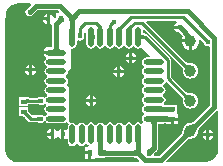
<source format=gbl>
G04*
G04 #@! TF.GenerationSoftware,Altium Limited,Altium Designer,18.1.9 (240)*
G04*
G04 Layer_Physical_Order=2*
G04 Layer_Color=16711680*
%FSLAX25Y25*%
%MOIN*%
G70*
G01*
G75*
%ADD22R,0.01575X0.01968*%
%ADD27R,0.01968X0.01575*%
%ADD39C,0.01500*%
%ADD40C,0.01000*%
%ADD41C,0.01600*%
%ADD42C,0.03937*%
%ADD43O,0.01772X0.06693*%
%ADD44O,0.06693X0.01772*%
G36*
X343707Y306476D02*
X343506Y306267D01*
X343166Y305873D01*
X343029Y305687D01*
X342912Y305508D01*
X342816Y305337D01*
X342742Y305174D01*
X342689Y305018D01*
X342657Y304869D01*
X342647Y304728D01*
X342643Y304713D01*
X342639Y304668D01*
X342630Y304188D01*
X342629Y304020D01*
X342700Y302470D01*
X341053D01*
X341067Y302506D01*
X341080Y302570D01*
X341090Y302661D01*
X341108Y302927D01*
X341119Y303602D01*
X341096Y304728D01*
X341085Y304895D01*
X341054Y305067D01*
X341001Y305244D01*
X340926Y305426D01*
X340831Y305612D01*
X340714Y305802D01*
X340576Y305998D01*
X340417Y306198D01*
X340035Y306613D01*
X341037Y307733D01*
X341244Y307532D01*
X341803Y307054D01*
X341925Y306969D01*
X342055Y307054D01*
X342241Y307192D01*
X342635Y307532D01*
X342844Y307733D01*
X343707Y306476D01*
D02*
G37*
G36*
X324056Y310778D02*
X324185Y310770D01*
X324218Y310776D01*
X324230Y310778D01*
X327979D01*
X328170Y310316D01*
X326908Y309054D01*
X326691Y308909D01*
X326381Y308446D01*
X326273Y307900D01*
X326381Y307354D01*
X326691Y306891D01*
X327154Y306581D01*
X327700Y306473D01*
X328246Y306581D01*
X328709Y306891D01*
X328854Y307108D01*
X330270Y308524D01*
X337239D01*
X337616Y308146D01*
X337425Y307684D01*
X336541D01*
Y306110D01*
X336257Y305846D01*
X335753Y306012D01*
X335696Y306302D01*
X335298Y306898D01*
X334702Y307296D01*
X334500Y307336D01*
Y305600D01*
Y303864D01*
X334702Y303904D01*
X334779Y303956D01*
X335279Y303688D01*
Y296883D01*
X335256Y296831D01*
X335249Y296564D01*
X335230Y296352D01*
X335229Y296346D01*
X334194D01*
X333459Y296200D01*
X332835Y295783D01*
X332418Y295159D01*
X332371Y294924D01*
X336655D01*
Y293924D01*
X332371D01*
X332418Y293688D01*
X332835Y293064D01*
X333067Y292909D01*
X333123Y292345D01*
X332795Y291854D01*
X332680Y291274D01*
X332795Y290694D01*
X333123Y290203D01*
X333461Y289977D01*
X333476Y289934D01*
Y289464D01*
X333461Y289421D01*
X333123Y289196D01*
X332795Y288704D01*
X332680Y288124D01*
X332795Y287545D01*
X333123Y287053D01*
X333461Y286827D01*
X333476Y286785D01*
Y286314D01*
X333461Y286272D01*
X333123Y286046D01*
X332795Y285555D01*
X332680Y284975D01*
X332795Y284395D01*
X333123Y283904D01*
X333461Y283678D01*
X333476Y283635D01*
Y283165D01*
X333461Y283122D01*
X333123Y282896D01*
X332795Y282405D01*
X332680Y281825D01*
X332795Y281245D01*
X333123Y280754D01*
X333461Y280528D01*
X333476Y280486D01*
Y280015D01*
X333461Y279973D01*
X333123Y279747D01*
X333019Y279591D01*
X332642Y279332D01*
X332379Y279464D01*
X332146Y279619D01*
X331600Y279727D01*
X331054Y279619D01*
X330826Y279467D01*
X330563Y279450D01*
X330491Y279449D01*
X330425Y279421D01*
X327743D01*
X327676Y279449D01*
X327325Y279451D01*
X327285Y279453D01*
Y279463D01*
X326995D01*
X326874Y279467D01*
X326841Y279470D01*
X326810Y279474D01*
X326763Y279463D01*
X326673Y279500D01*
X326666Y279497D01*
X326659Y279500D01*
X326574Y279463D01*
X324116D01*
Y276688D01*
X326542D01*
X326605Y276654D01*
X326639Y276664D01*
X326673Y276650D01*
X326763Y276688D01*
X327285D01*
Y277115D01*
X327301Y277120D01*
X327395Y277135D01*
X327520Y277146D01*
X327690Y277151D01*
X327752Y277179D01*
X330418D01*
X330481Y277151D01*
X330711Y277146D01*
X330798Y277139D01*
X330809Y277137D01*
X330815Y277136D01*
X330817Y277136D01*
X330824Y277135D01*
X331054Y276981D01*
X331600Y276873D01*
X332146Y276981D01*
X332609Y277291D01*
X333133Y277339D01*
X333231Y277248D01*
X333185Y276638D01*
X333123Y276597D01*
X332795Y276106D01*
X332680Y275526D01*
X332795Y274946D01*
X333123Y274455D01*
X333461Y274229D01*
X333476Y274186D01*
Y273716D01*
X333461Y273673D01*
X333123Y273448D01*
X333054Y273344D01*
X332453D01*
X332409Y273409D01*
X331946Y273719D01*
X331400Y273827D01*
X330854Y273719D01*
X330626Y273567D01*
X330363Y273550D01*
X330291Y273549D01*
X330225Y273521D01*
X328494D01*
X327946Y274069D01*
X327945Y274076D01*
X327919Y274097D01*
X327878Y274137D01*
X327855Y274199D01*
X327484Y274596D01*
X327365Y274744D01*
X327285Y274857D01*
Y275048D01*
X327304Y275080D01*
X327289Y275136D01*
X327310Y275189D01*
X327285Y275245D01*
Y276116D01*
X324116D01*
Y273341D01*
X324939D01*
X324971Y273322D01*
X325045Y273341D01*
X325343D01*
X325413Y273301D01*
X325525Y273223D01*
X325843Y272954D01*
X326025Y272779D01*
X326090Y272753D01*
X327236Y271607D01*
X327236Y271607D01*
X327600Y271364D01*
X328029Y271278D01*
X328029Y271279D01*
X330218D01*
X330281Y271251D01*
X330510Y271246D01*
X330597Y271239D01*
X330609Y271237D01*
X330615Y271236D01*
X330617Y271236D01*
X330624Y271235D01*
X330854Y271081D01*
X331400Y270973D01*
X331946Y271081D01*
X332409Y271391D01*
X332437Y271432D01*
X333038D01*
X333123Y271305D01*
X333615Y270977D01*
X334194Y270862D01*
X339116D01*
X339696Y270977D01*
X339922Y271128D01*
X340428Y271003D01*
X340690Y270538D01*
X340477Y270219D01*
X340361Y269639D01*
Y268923D01*
X339861Y268656D01*
X339502Y268896D01*
X339300Y268936D01*
Y267200D01*
Y265464D01*
X339502Y265504D01*
X339861Y265744D01*
X340361Y265477D01*
Y264718D01*
X340477Y264138D01*
X340805Y263647D01*
X341297Y263318D01*
X341876Y263203D01*
X342456Y263318D01*
X342948Y263647D01*
X343173Y263985D01*
X343216Y263999D01*
X343686D01*
X343729Y263985D01*
X343955Y263647D01*
X344446Y263318D01*
X345026Y263203D01*
X345606Y263318D01*
X346097Y263647D01*
X346323Y263985D01*
X346366Y263999D01*
X346836D01*
X346879Y263985D01*
X347104Y263647D01*
X347348Y263484D01*
X347196Y262984D01*
X346041D01*
Y261500D01*
X347828D01*
Y261000D01*
X348328D01*
Y259016D01*
X349616D01*
Y259098D01*
X349984Y259416D01*
X350116Y259416D01*
X352056D01*
X352147Y259379D01*
X352237Y259416D01*
X352759D01*
Y259559D01*
X353385Y259598D01*
X353652Y259600D01*
X353706Y259623D01*
X361590D01*
X361643Y259600D01*
X362167Y259592D01*
X362541Y259568D01*
Y259415D01*
X363028D01*
X363094Y259381D01*
X363158Y259375D01*
X363194Y259366D01*
X363262Y259339D01*
X363357Y259291D01*
X363474Y259219D01*
X363598Y259132D01*
X364119Y258688D01*
X364310Y258501D01*
X364312Y258404D01*
X363933Y257922D01*
X323456Y257922D01*
X323440Y257919D01*
X322455Y258048D01*
X321527Y258433D01*
X320730Y259044D01*
X320119Y259840D01*
X319735Y260768D01*
X319626Y261596D01*
X319626Y261596D01*
X319626D01*
X319621Y261600D01*
Y305536D01*
X319632Y305585D01*
X319638Y305594D01*
X319654Y305675D01*
X319742Y306107D01*
X319742Y306109D01*
X319722Y306602D01*
X319848Y307559D01*
X320283Y308609D01*
X320975Y309511D01*
X321878Y310204D01*
X322928Y310639D01*
X324029Y310784D01*
X324056Y310778D01*
D02*
G37*
G36*
X355710Y303754D02*
X355686Y303759D01*
X355658Y303756D01*
X355625Y303746D01*
X355588Y303728D01*
X355546Y303702D01*
X355500Y303669D01*
X355449Y303629D01*
X355334Y303525D01*
X355270Y303463D01*
X354578Y304185D01*
X355249Y304775D01*
X355710Y303754D01*
D02*
G37*
G36*
X339104Y304728D02*
X338963Y304717D01*
X338814Y304685D01*
X338658Y304632D01*
X338494Y304558D01*
X338323Y304463D01*
X338145Y304346D01*
X337959Y304208D01*
X337564Y303869D01*
X337356Y303667D01*
X336492Y304925D01*
X336694Y305133D01*
X337033Y305527D01*
X337171Y305713D01*
X337288Y305892D01*
X337383Y306063D01*
X337457Y306226D01*
X337510Y306382D01*
X337542Y306531D01*
X337553Y306672D01*
X339104Y304728D01*
D02*
G37*
G36*
X351070Y303834D02*
X351709Y303095D01*
X351744Y303022D01*
X351749Y302974D01*
X351723Y302950D01*
X351666Y302952D01*
X350483Y302312D01*
X350560Y302368D01*
X350609Y302437D01*
X350631Y302520D01*
X350625Y302617D01*
X350591Y302727D01*
X350531Y302851D01*
X350442Y302988D01*
X350326Y303139D01*
X350182Y303304D01*
X350011Y303482D01*
X350851Y304057D01*
X351070Y303834D01*
D02*
G37*
G36*
X362256Y303249D02*
X362073Y303059D01*
X361788Y302719D01*
X361687Y302569D01*
X361613Y302432D01*
X361566Y302309D01*
X361547Y302199D01*
X361555Y302103D01*
X361590Y302020D01*
X361653Y301951D01*
X360433Y302952D01*
X360467Y302965D01*
X360512Y302991D01*
X360568Y303030D01*
X360636Y303083D01*
X360907Y303324D01*
X361280Y303687D01*
X362256Y303249D01*
D02*
G37*
G36*
X359193Y302986D02*
X359002Y302788D01*
X358703Y302433D01*
X358593Y302275D01*
X358511Y302130D01*
X358455Y301998D01*
X358427Y301879D01*
X358425Y301773D01*
X358451Y301681D01*
X358503Y301601D01*
X357283Y302952D01*
X357399Y302980D01*
X357516Y303019D01*
X357634Y303067D01*
X357753Y303126D01*
X357873Y303196D01*
X357994Y303275D01*
X358116Y303365D01*
X358364Y303575D01*
X358489Y303696D01*
X359193Y302986D01*
D02*
G37*
G36*
X345001Y300814D02*
X345022Y300485D01*
X345029Y300444D01*
X345038Y300412D01*
X345049Y300387D01*
X345060Y300371D01*
X343940D01*
X343951Y300387D01*
X343962Y300412D01*
X343971Y300444D01*
X343978Y300485D01*
X343985Y300534D01*
X343995Y300657D01*
X344000Y300904D01*
X345000D01*
X345001Y300814D01*
D02*
G37*
G36*
X380514Y301151D02*
X381034Y300701D01*
X381200Y300577D01*
X381521Y300367D01*
X381676Y300282D01*
X381827Y300209D01*
X381975Y300149D01*
X379412Y298856D01*
X379458Y299052D01*
X379481Y299245D01*
X379480Y299437D01*
X379455Y299626D01*
X379408Y299814D01*
X379337Y299999D01*
X379242Y300183D01*
X379124Y300365D01*
X378982Y300544D01*
X378817Y300722D01*
X380334Y301327D01*
X380514Y301151D01*
D02*
G37*
G36*
X364813Y300573D02*
X364843Y300488D01*
X364894Y300413D01*
X364965Y300348D01*
X365056Y300293D01*
X365167Y300249D01*
X365298Y300214D01*
X365450Y300188D01*
X365622Y300173D01*
X365815Y300168D01*
Y299168D01*
X365622Y299164D01*
X365450Y299149D01*
X365298Y299124D01*
X365167Y299089D01*
X365056Y299043D01*
X364965Y298989D01*
X364894Y298923D01*
X364843Y298849D01*
X364813Y298763D01*
X364803Y298669D01*
Y300669D01*
X364813Y300573D01*
D02*
G37*
G36*
X346661Y297208D02*
X346776Y296628D01*
X347104Y296137D01*
X347596Y295808D01*
X348176Y295693D01*
X348755Y295808D01*
X349247Y296137D01*
X349473Y296475D01*
X349515Y296489D01*
X349986D01*
X350028Y296475D01*
X350254Y296137D01*
X350746Y295808D01*
X351325Y295693D01*
X351905Y295808D01*
X352396Y296137D01*
X352622Y296475D01*
X352665Y296489D01*
X353135D01*
X353178Y296475D01*
X353404Y296137D01*
X353895Y295808D01*
X354475Y295693D01*
X355054Y295808D01*
X355546Y296137D01*
X355772Y296475D01*
X355814Y296489D01*
X356285D01*
X356327Y296475D01*
X356553Y296137D01*
X357045Y295808D01*
X357624Y295693D01*
X358204Y295808D01*
X358696Y296137D01*
X358921Y296475D01*
X358964Y296489D01*
X359434D01*
X359477Y296475D01*
X359703Y296137D01*
X360194Y295808D01*
X360774Y295693D01*
X361354Y295808D01*
X361845Y296137D01*
X362071Y296475D01*
X362114Y296489D01*
X362584D01*
X362627Y296475D01*
X362852Y296137D01*
X363344Y295808D01*
X363924Y295693D01*
X364503Y295808D01*
X364976Y296124D01*
X367849Y293251D01*
X367658Y292789D01*
X366684D01*
X366105Y292674D01*
X365613Y292345D01*
X365285Y291854D01*
X365169Y291274D01*
X365285Y290694D01*
X365613Y290203D01*
X365951Y289977D01*
X365965Y289934D01*
Y289464D01*
X365951Y289421D01*
X365613Y289196D01*
X365285Y288704D01*
X365169Y288124D01*
X365285Y287545D01*
X365613Y287053D01*
X365951Y286827D01*
X365965Y286785D01*
Y286314D01*
X365951Y286272D01*
X365613Y286046D01*
X365285Y285555D01*
X365169Y284975D01*
X365285Y284395D01*
X365613Y283904D01*
X365951Y283678D01*
X365965Y283635D01*
Y283165D01*
X365951Y283122D01*
X365613Y282896D01*
X365285Y282405D01*
X365169Y281825D01*
X365285Y281245D01*
X365613Y280754D01*
X365951Y280528D01*
X365965Y280486D01*
Y280015D01*
X365951Y279973D01*
X365613Y279747D01*
X365285Y279255D01*
X365169Y278676D01*
X365285Y278096D01*
X365613Y277604D01*
X365951Y277379D01*
X365965Y277336D01*
Y276866D01*
X365951Y276823D01*
X365613Y276597D01*
X365285Y276106D01*
X365169Y275526D01*
X365285Y274946D01*
X365613Y274455D01*
X365951Y274229D01*
X365965Y274186D01*
Y273716D01*
X365951Y273673D01*
X365613Y273448D01*
X365285Y272956D01*
X365169Y272376D01*
X365285Y271797D01*
X365613Y271305D01*
X365537Y270808D01*
X365501Y270772D01*
X364995Y270711D01*
X364503Y271039D01*
X363924Y271154D01*
X363344Y271039D01*
X362852Y270711D01*
X362627Y270373D01*
X362584Y270358D01*
X362114D01*
X362071Y270373D01*
X361845Y270711D01*
X361354Y271039D01*
X360774Y271154D01*
X360194Y271039D01*
X359703Y270711D01*
X359477Y270373D01*
X359434Y270358D01*
X358964D01*
X358921Y270373D01*
X358696Y270711D01*
X358204Y271039D01*
X357624Y271154D01*
X357045Y271039D01*
X356553Y270711D01*
X356327Y270373D01*
X356285Y270358D01*
X355814D01*
X355772Y270373D01*
X355546Y270711D01*
X355054Y271039D01*
X354475Y271154D01*
X353895Y271039D01*
X353404Y270711D01*
X353178Y270373D01*
X353135Y270358D01*
X352665D01*
X352622Y270373D01*
X352396Y270711D01*
X351905Y271039D01*
X351325Y271154D01*
X350746Y271039D01*
X350254Y270711D01*
X350028Y270373D01*
X349986Y270358D01*
X349515D01*
X349473Y270373D01*
X349247Y270711D01*
X348755Y271039D01*
X348176Y271154D01*
X347596Y271039D01*
X347104Y270711D01*
X346879Y270373D01*
X346836Y270358D01*
X346366D01*
X346323Y270373D01*
X346097Y270711D01*
X345606Y271039D01*
X345026Y271154D01*
X344446Y271039D01*
X343955Y270711D01*
X343729Y270373D01*
X343686Y270358D01*
X343216D01*
X343173Y270373D01*
X342948Y270711D01*
X342456Y271039D01*
X341876Y271154D01*
X341350Y271050D01*
X341000Y271400D01*
Y282900D01*
X340170Y283730D01*
X340187Y283904D01*
X340515Y284395D01*
X340631Y284975D01*
X340515Y285555D01*
X340187Y286046D01*
X339849Y286272D01*
X339835Y286314D01*
Y286785D01*
X339849Y286827D01*
X340187Y287053D01*
X340515Y287545D01*
X340631Y288124D01*
X340613Y288213D01*
X341500Y289100D01*
X341600D01*
Y295466D01*
X341876Y295693D01*
X342456Y295808D01*
X342948Y296137D01*
X343276Y296628D01*
X343391Y297208D01*
Y298256D01*
X343891Y298523D01*
X343954Y298481D01*
X344500Y298373D01*
X345046Y298481D01*
X345509Y298791D01*
X345819Y299254D01*
X345927Y299800D01*
X345819Y300346D01*
X345783Y300400D01*
X345953Y300774D01*
X346133Y300900D01*
X346661D01*
Y297208D01*
D02*
G37*
G36*
X386737Y298971D02*
X386985Y298753D01*
X387019Y298730D01*
X387048Y298713D01*
X387073Y298703D01*
X387092Y298700D01*
X386300Y297908D01*
X386297Y297927D01*
X386287Y297952D01*
X386270Y297981D01*
X386247Y298015D01*
X386217Y298055D01*
X386136Y298149D01*
X385965Y298327D01*
X386673Y299035D01*
X386737Y298971D01*
D02*
G37*
G36*
X337413Y296527D02*
X337435Y296270D01*
X337473Y296043D01*
X337525Y295847D01*
X337593Y295681D01*
X337675Y295545D01*
X337773Y295439D01*
X337885Y295363D01*
X338013Y295318D01*
X338155Y295303D01*
X335155D01*
X335298Y295318D01*
X335425Y295363D01*
X335538Y295439D01*
X335635Y295545D01*
X335718Y295681D01*
X335785Y295847D01*
X335838Y296043D01*
X335875Y296270D01*
X335898Y296527D01*
X335905Y296815D01*
X337405D01*
X337413Y296527D01*
D02*
G37*
G36*
X379729Y290586D02*
X379855Y290480D01*
X379980Y290391D01*
X380103Y290317D01*
X380225Y290259D01*
X380345Y290217D01*
X380463Y290190D01*
X380580Y290180D01*
X380695Y290185D01*
X380808Y290206D01*
X379394Y288792D01*
X379415Y288905D01*
X379420Y289020D01*
X379410Y289137D01*
X379383Y289255D01*
X379341Y289375D01*
X379283Y289496D01*
X379209Y289620D01*
X379120Y289745D01*
X379014Y289872D01*
X378893Y290000D01*
X379600Y290707D01*
X379729Y290586D01*
D02*
G37*
G36*
X376822Y304479D02*
X376402Y304198D01*
X376004Y303602D01*
X375964Y303400D01*
X377700D01*
Y302400D01*
X375964D01*
X376004Y302198D01*
X376402Y301602D01*
X376998Y301204D01*
X377561Y301092D01*
X378323Y300331D01*
X378342Y300280D01*
X378488Y300122D01*
X378595Y299986D01*
X378680Y299856D01*
X378709Y299800D01*
X378707Y299797D01*
X378408Y299075D01*
X378372Y298800D01*
X381300D01*
Y298300D01*
X381800D01*
Y295372D01*
X382075Y295408D01*
X382797Y295707D01*
X383417Y296183D01*
X383893Y296803D01*
X384192Y297525D01*
X384294Y298300D01*
X384277Y298430D01*
X384751Y298663D01*
X385471Y297942D01*
X385496Y297878D01*
X385655Y297713D01*
X385712Y297646D01*
X385719Y297637D01*
X385722Y297632D01*
X385723Y297630D01*
X385727Y297624D01*
X385781Y297354D01*
X386091Y296891D01*
X386554Y296581D01*
X387100Y296473D01*
X387373Y296527D01*
X387874Y296178D01*
Y276820D01*
X382725Y271671D01*
X382673Y271652D01*
X382522Y271510D01*
X382382Y271395D01*
X382238Y271294D01*
X382091Y271205D01*
X381939Y271128D01*
X381782Y271062D01*
X381619Y271007D01*
X381449Y270963D01*
X381273Y270931D01*
X381067Y270907D01*
X380955Y270845D01*
X380629Y270802D01*
X380005Y270544D01*
X379468Y270132D01*
X379056Y269595D01*
X378798Y268970D01*
X378755Y268645D01*
X378693Y268533D01*
X378669Y268327D01*
X378637Y268150D01*
X378593Y267981D01*
X378538Y267818D01*
X378472Y267661D01*
X378395Y267509D01*
X378306Y267362D01*
X378205Y267218D01*
X378090Y267078D01*
X377948Y266927D01*
X377929Y266875D01*
X371096Y260042D01*
X369259D01*
Y260746D01*
X369274Y260767D01*
X369586Y261129D01*
X369775Y261324D01*
X369796Y261377D01*
X370118Y261700D01*
X370118Y261700D01*
X370417Y262146D01*
X370521Y262673D01*
Y269917D01*
X370544Y269969D01*
X370551Y270236D01*
X370570Y270448D01*
X370571Y270454D01*
X371605D01*
X372341Y270600D01*
X372816Y270917D01*
X373043Y270864D01*
X373316Y270603D01*
Y270441D01*
X374800D01*
Y272229D01*
X375300D01*
Y272729D01*
X377285D01*
Y274016D01*
X376885Y274188D01*
Y276962D01*
X374418D01*
X374328Y277000D01*
X374312Y276993D01*
X374296Y276999D01*
X372993Y276934D01*
X372584Y276941D01*
X372436Y277428D01*
X372437Y277444D01*
X372677Y277604D01*
X373005Y278096D01*
X373120Y278676D01*
X373005Y279255D01*
X372677Y279747D01*
X372339Y279973D01*
X372324Y280015D01*
Y280486D01*
X372339Y280528D01*
X372677Y280754D01*
X373005Y281245D01*
X373120Y281825D01*
X373005Y282405D01*
X372677Y282896D01*
X372339Y283122D01*
X372324Y283165D01*
Y283635D01*
X372339Y283678D01*
X372677Y283904D01*
X372968Y284339D01*
X373213Y284458D01*
X373476Y284538D01*
X378397Y279617D01*
X378421Y279554D01*
X378528Y279440D01*
X378606Y279347D01*
X378666Y279263D01*
X378710Y279189D01*
X378740Y279127D01*
X378758Y279076D01*
X378767Y279036D01*
X378769Y279006D01*
X378768Y278980D01*
X378755Y278911D01*
X378768Y278850D01*
X378745Y278792D01*
X378767Y278738D01*
X378709Y278300D01*
X378798Y277629D01*
X379056Y277005D01*
X379468Y276468D01*
X380005Y276056D01*
X380629Y275798D01*
X381300Y275709D01*
X381971Y275798D01*
X382595Y276056D01*
X383132Y276468D01*
X383544Y277005D01*
X383802Y277629D01*
X383891Y278300D01*
X383802Y278971D01*
X383544Y279595D01*
X383132Y280132D01*
X382595Y280544D01*
X381971Y280802D01*
X381300Y280891D01*
X380862Y280833D01*
X380808Y280855D01*
X380750Y280832D01*
X380689Y280844D01*
X380620Y280832D01*
X380594Y280831D01*
X380564Y280833D01*
X380524Y280842D01*
X380473Y280860D01*
X380411Y280890D01*
X380337Y280934D01*
X380253Y280994D01*
X380160Y281072D01*
X380046Y281179D01*
X379983Y281203D01*
X374963Y286223D01*
Y291846D01*
X374963Y291847D01*
X374878Y292276D01*
X374634Y292640D01*
X366812Y300462D01*
X366449Y300705D01*
X366019Y300790D01*
X366019Y300790D01*
X365894D01*
X365831Y300818D01*
X365659Y300822D01*
X365531Y300833D01*
X365439Y300849D01*
Y301868D01*
X365938Y302075D01*
X378397Y289617D01*
X378421Y289554D01*
X378528Y289440D01*
X378606Y289347D01*
X378666Y289263D01*
X378710Y289189D01*
X378740Y289127D01*
X378758Y289076D01*
X378767Y289036D01*
X378769Y289006D01*
X378768Y288980D01*
X378755Y288911D01*
X378768Y288850D01*
X378745Y288792D01*
X378767Y288738D01*
X378709Y288300D01*
X378798Y287630D01*
X379056Y287005D01*
X379468Y286468D01*
X380005Y286056D01*
X380629Y285798D01*
X381300Y285709D01*
X381971Y285798D01*
X382595Y286056D01*
X383132Y286468D01*
X383544Y287005D01*
X383802Y287630D01*
X383891Y288300D01*
X383802Y288970D01*
X383544Y289595D01*
X383132Y290132D01*
X382595Y290544D01*
X381971Y290802D01*
X381300Y290891D01*
X380862Y290833D01*
X380808Y290856D01*
X380750Y290832D01*
X380689Y290844D01*
X380620Y290832D01*
X380594Y290830D01*
X380564Y290833D01*
X380524Y290842D01*
X380473Y290860D01*
X380411Y290890D01*
X380337Y290934D01*
X380253Y290994D01*
X380160Y291072D01*
X380046Y291179D01*
X379983Y291203D01*
X366670Y304517D01*
X366861Y304978D01*
X376671D01*
X376822Y304479D01*
D02*
G37*
G36*
X379729Y280586D02*
X379855Y280480D01*
X379980Y280391D01*
X380103Y280317D01*
X380225Y280259D01*
X380345Y280217D01*
X380463Y280190D01*
X380580Y280180D01*
X380695Y280185D01*
X380808Y280206D01*
X379394Y278792D01*
X379415Y278905D01*
X379420Y279020D01*
X379410Y279137D01*
X379383Y279255D01*
X379341Y279375D01*
X379283Y279497D01*
X379209Y279620D01*
X379120Y279745D01*
X379014Y279872D01*
X378893Y280000D01*
X379600Y280707D01*
X379729Y280586D01*
D02*
G37*
G36*
X331029Y277740D02*
X331013Y277751D01*
X330989Y277762D01*
X330956Y277771D01*
X330915Y277778D01*
X330866Y277785D01*
X330743Y277795D01*
X330496Y277800D01*
Y278800D01*
X330586Y278801D01*
X330915Y278822D01*
X330956Y278829D01*
X330989Y278838D01*
X331013Y278849D01*
X331029Y278860D01*
Y277740D01*
D02*
G37*
G36*
X326683Y278841D02*
X326713Y278832D01*
X326763Y278825D01*
X326833Y278818D01*
X327313Y278802D01*
X327673Y278800D01*
Y277800D01*
X327483Y277795D01*
X327313Y277780D01*
X327163Y277755D01*
X327033Y277720D01*
X326923Y277675D01*
X326833Y277620D01*
X326763Y277555D01*
X326713Y277480D01*
X326683Y277395D01*
X326673Y277300D01*
Y278851D01*
X326683Y278841D01*
D02*
G37*
G36*
X374328Y274800D02*
X374313Y274795D01*
X374268Y274791D01*
X374088Y274784D01*
X373556Y274781D01*
Y274776D01*
X371947Y274703D01*
Y276349D01*
X371982Y276335D01*
X372046Y276323D01*
X372137Y276312D01*
X372404Y276294D01*
X373004Y276285D01*
X374328Y276350D01*
Y274800D01*
D02*
G37*
G36*
X326596Y275103D02*
X326562Y275019D01*
X326559Y274918D01*
X326585Y274801D01*
X326642Y274668D01*
X326729Y274518D01*
X326847Y274352D01*
X326994Y274170D01*
X327380Y273756D01*
X326476Y273246D01*
X326278Y273437D01*
X325921Y273738D01*
X325761Y273850D01*
X325613Y273935D01*
X325478Y273994D01*
X325355Y274026D01*
X325245Y274032D01*
X325147Y274012D01*
X325061Y273965D01*
X326661Y275171D01*
X326596Y275103D01*
D02*
G37*
G36*
X330829Y271840D02*
X330813Y271851D01*
X330788Y271862D01*
X330756Y271871D01*
X330715Y271878D01*
X330666Y271885D01*
X330543Y271895D01*
X330295Y271900D01*
Y272900D01*
X330386Y272901D01*
X330715Y272922D01*
X330756Y272929D01*
X330788Y272938D01*
X330813Y272949D01*
X330829Y272960D01*
Y271840D01*
D02*
G37*
G36*
X371982Y273186D02*
X372046Y273173D01*
X372137Y273162D01*
X372404Y273145D01*
X373556Y273126D01*
Y273096D01*
X374268Y273048D01*
X374313Y273027D01*
X374328Y273004D01*
Y271453D01*
X374313Y271486D01*
X374268Y271516D01*
X374193Y271542D01*
X374088Y271564D01*
X373953Y271583D01*
X373593Y271611D01*
X373331Y271616D01*
X371947Y271553D01*
Y273200D01*
X371982Y273186D01*
D02*
G37*
G36*
X370502Y271482D02*
X370375Y271437D01*
X370262Y271361D01*
X370165Y271255D01*
X370082Y271119D01*
X370015Y270953D01*
X369962Y270757D01*
X369925Y270530D01*
X369902Y270273D01*
X369895Y269985D01*
X368395D01*
X368387Y270273D01*
X368365Y270530D01*
X368327Y270757D01*
X368275Y270953D01*
X368207Y271119D01*
X368125Y271255D01*
X368027Y271361D01*
X367915Y271437D01*
X367787Y271482D01*
X367645Y271497D01*
X370645D01*
X370502Y271482D01*
D02*
G37*
G36*
X384178Y270117D02*
X384021Y269950D01*
X383878Y269775D01*
X383750Y269594D01*
X383637Y269406D01*
X383538Y269212D01*
X383454Y269011D01*
X383384Y268804D01*
X383329Y268589D01*
X383288Y268368D01*
X383262Y268141D01*
X381141Y270262D01*
X381368Y270288D01*
X381589Y270329D01*
X381803Y270384D01*
X382011Y270454D01*
X382212Y270538D01*
X382406Y270637D01*
X382594Y270750D01*
X382775Y270878D01*
X382949Y271021D01*
X383117Y271178D01*
X384178Y270117D01*
D02*
G37*
G36*
X381459Y266338D02*
X381232Y266312D01*
X381011Y266271D01*
X380797Y266216D01*
X380589Y266146D01*
X380388Y266062D01*
X380194Y265963D01*
X380006Y265850D01*
X379825Y265722D01*
X379650Y265579D01*
X379483Y265422D01*
X378422Y266483D01*
X378579Y266651D01*
X378722Y266825D01*
X378850Y267006D01*
X378963Y267194D01*
X379062Y267388D01*
X379146Y267589D01*
X379216Y267796D01*
X379271Y268011D01*
X379312Y268232D01*
X379338Y268459D01*
X381459Y266338D01*
D02*
G37*
G36*
X352134Y264341D02*
X352122Y264278D01*
X352111Y264186D01*
X352094Y263920D01*
X352084Y263297D01*
X352147Y261973D01*
X350596D01*
X350592Y261988D01*
X350588Y262033D01*
X350580Y262348D01*
X350578Y262768D01*
X350575D01*
X350502Y264377D01*
X352148D01*
X352134Y264341D01*
D02*
G37*
G36*
X352162Y261930D02*
X352207Y261892D01*
X352282Y261859D01*
X352387Y261830D01*
X352522Y261805D01*
X352687Y261785D01*
X353107Y261759D01*
X353647Y261750D01*
Y260250D01*
X353362Y260247D01*
X352522Y260194D01*
X352387Y260170D01*
X352282Y260141D01*
X352207Y260108D01*
X352162Y260070D01*
X352147Y260028D01*
Y261973D01*
X352162Y261930D01*
D02*
G37*
G36*
X369308Y261775D02*
X369106Y261567D01*
X368767Y261173D01*
X368629Y260987D01*
X368512Y260808D01*
X368417Y260637D01*
X368342Y260474D01*
X368289Y260317D01*
X368258Y260169D01*
X368247Y260028D01*
X366696Y261972D01*
X366837Y261983D01*
X366986Y262015D01*
X367142Y262068D01*
X367306Y262142D01*
X367477Y262237D01*
X367655Y262354D01*
X367841Y262492D01*
X368235Y262831D01*
X368444Y263033D01*
X369308Y261775D01*
D02*
G37*
G36*
X364733Y264341D02*
X364720Y264278D01*
X364709Y264186D01*
X364692Y263920D01*
X364680Y263163D01*
X364704Y261972D01*
X363153D01*
Y260027D01*
X363138Y260070D01*
X363093Y260107D01*
X363018Y260141D01*
X362913Y260170D01*
X362778Y260194D01*
X362613Y260214D01*
X362193Y260241D01*
X361653Y260250D01*
Y261750D01*
X361938Y261752D01*
X362778Y261805D01*
X362913Y261830D01*
X363018Y261859D01*
X363093Y261892D01*
X363138Y261930D01*
X363153Y261972D01*
X363157Y261987D01*
X363161Y262032D01*
X363170Y262512D01*
X363171Y262817D01*
X363101Y264377D01*
X364747D01*
X364733Y264341D01*
D02*
G37*
G36*
X364715Y261805D02*
X364746Y261633D01*
X364799Y261456D01*
X364874Y261275D01*
X364969Y261088D01*
X365086Y260897D01*
X365224Y260702D01*
X365383Y260502D01*
X365765Y260087D01*
X364763Y258967D01*
X364556Y259168D01*
X363997Y259646D01*
X363830Y259762D01*
X363675Y259858D01*
X363529Y259932D01*
X363393Y259985D01*
X363268Y260017D01*
X363153Y260027D01*
X364704Y261972D01*
X364715Y261805D01*
D02*
G37*
G36*
X390478Y274825D02*
Y261817D01*
X390352Y260855D01*
X389967Y259927D01*
X389356Y259131D01*
X388560Y258519D01*
X387632Y258135D01*
X386804Y258026D01*
X386804Y258026D01*
Y258026D01*
X386333Y257922D01*
X373521D01*
X373330Y258383D01*
X379875Y264929D01*
X379927Y264948D01*
X380078Y265090D01*
X380218Y265205D01*
X380362Y265306D01*
X380509Y265395D01*
X380661Y265472D01*
X380818Y265538D01*
X380981Y265593D01*
X381151Y265637D01*
X381328Y265669D01*
X381533Y265693D01*
X381645Y265755D01*
X381971Y265798D01*
X382595Y266056D01*
X383132Y266468D01*
X383544Y267005D01*
X383802Y267630D01*
X383845Y267955D01*
X383907Y268067D01*
X383931Y268272D01*
X383963Y268449D01*
X384007Y268619D01*
X384062Y268782D01*
X384128Y268939D01*
X384205Y269091D01*
X384294Y269238D01*
X384395Y269382D01*
X384510Y269521D01*
X384652Y269673D01*
X384671Y269725D01*
X389979Y275032D01*
X390478Y274825D01*
D02*
G37*
%LPC*%
G36*
X341871Y305700D02*
X341096Y304728D01*
X342647D01*
X341871Y305700D01*
D02*
G37*
G36*
X333500Y307336D02*
X333298Y307296D01*
X332702Y306898D01*
X332304Y306302D01*
X332264Y306100D01*
X333500D01*
Y307336D01*
D02*
G37*
G36*
Y305100D02*
X332264D01*
X332304Y304898D01*
X332702Y304302D01*
X333298Y303904D01*
X333500Y303864D01*
Y305100D01*
D02*
G37*
G36*
X328500Y290436D02*
Y289200D01*
X329736D01*
X329696Y289402D01*
X329298Y289998D01*
X328702Y290396D01*
X328500Y290436D01*
D02*
G37*
G36*
X327500D02*
X327298Y290396D01*
X326702Y289998D01*
X326304Y289402D01*
X326264Y289200D01*
X327500D01*
Y290436D01*
D02*
G37*
G36*
X329736Y288200D02*
X328500D01*
Y286964D01*
X328702Y287004D01*
X329298Y287402D01*
X329696Y287998D01*
X329736Y288200D01*
D02*
G37*
G36*
X327500D02*
X326264D01*
X326304Y287998D01*
X326702Y287402D01*
X327298Y287004D01*
X327500Y286964D01*
Y288200D01*
D02*
G37*
G36*
X338300Y268936D02*
X338098Y268896D01*
X337502Y268498D01*
X337351Y268271D01*
X336749D01*
X336598Y268498D01*
X336002Y268896D01*
X335800Y268936D01*
Y267200D01*
Y265464D01*
X336002Y265504D01*
X336598Y265902D01*
X336749Y266129D01*
X337351D01*
X337502Y265902D01*
X338098Y265504D01*
X338300Y265464D01*
Y267200D01*
Y268936D01*
D02*
G37*
G36*
X334800D02*
X334598Y268896D01*
X334002Y268498D01*
X333604Y267902D01*
X333564Y267700D01*
X334800D01*
Y268936D01*
D02*
G37*
G36*
Y266700D02*
X333564D01*
X333604Y266498D01*
X334002Y265902D01*
X334598Y265504D01*
X334800Y265464D01*
Y266700D01*
D02*
G37*
G36*
X347328Y260500D02*
X346041D01*
Y259016D01*
X347328D01*
Y260500D01*
D02*
G37*
G36*
X361900Y294236D02*
Y293000D01*
X363136D01*
X363096Y293202D01*
X362698Y293798D01*
X362102Y294196D01*
X361900Y294236D01*
D02*
G37*
G36*
X360900D02*
X360698Y294196D01*
X360102Y293798D01*
X359704Y293202D01*
X359664Y293000D01*
X360900D01*
Y294236D01*
D02*
G37*
G36*
X363136Y292000D02*
X361900D01*
Y290764D01*
X362102Y290804D01*
X362698Y291202D01*
X363096Y291798D01*
X363136Y292000D01*
D02*
G37*
G36*
X360900D02*
X359664D01*
X359704Y291798D01*
X360102Y291202D01*
X360698Y290804D01*
X360900Y290764D01*
Y292000D01*
D02*
G37*
G36*
X357900Y289836D02*
Y288600D01*
X359136D01*
X359096Y288802D01*
X358698Y289398D01*
X358102Y289796D01*
X357900Y289836D01*
D02*
G37*
G36*
X356900D02*
X356698Y289796D01*
X356102Y289398D01*
X355704Y288802D01*
X355664Y288600D01*
X356900D01*
Y289836D01*
D02*
G37*
G36*
X359136Y287600D02*
X357900D01*
Y286364D01*
X358102Y286404D01*
X358698Y286802D01*
X359096Y287398D01*
X359136Y287600D01*
D02*
G37*
G36*
X356900D02*
X355664D01*
X355704Y287398D01*
X356102Y286802D01*
X356698Y286404D01*
X356900Y286364D01*
Y287600D01*
D02*
G37*
G36*
X348700Y280136D02*
Y278900D01*
X349936D01*
X349896Y279102D01*
X349498Y279698D01*
X348902Y280096D01*
X348700Y280136D01*
D02*
G37*
G36*
X347700D02*
X347498Y280096D01*
X346902Y279698D01*
X346504Y279102D01*
X346464Y278900D01*
X347700D01*
Y280136D01*
D02*
G37*
G36*
X349936Y277900D02*
X348700D01*
Y276664D01*
X348902Y276704D01*
X349498Y277102D01*
X349896Y277698D01*
X349936Y277900D01*
D02*
G37*
G36*
X347700D02*
X346464D01*
X346504Y277698D01*
X346902Y277102D01*
X347498Y276704D01*
X347700Y276664D01*
Y277900D01*
D02*
G37*
G36*
X380800Y297800D02*
X378372D01*
X378408Y297525D01*
X378707Y296803D01*
X379183Y296183D01*
X379803Y295707D01*
X380525Y295408D01*
X380800Y295372D01*
Y297800D01*
D02*
G37*
G36*
X377285Y271729D02*
X375800D01*
Y270441D01*
X377285D01*
Y271729D01*
D02*
G37*
G36*
X387600Y268736D02*
Y267500D01*
X388836D01*
X388796Y267702D01*
X388398Y268298D01*
X387802Y268696D01*
X387600Y268736D01*
D02*
G37*
G36*
X386600D02*
X386398Y268696D01*
X385802Y268298D01*
X385404Y267702D01*
X385364Y267500D01*
X386600D01*
Y268736D01*
D02*
G37*
G36*
X388836Y266500D02*
X387600D01*
Y265264D01*
X387802Y265304D01*
X388398Y265702D01*
X388796Y266298D01*
X388836Y266500D01*
D02*
G37*
G36*
X386600D02*
X385364D01*
X385404Y266298D01*
X385802Y265702D01*
X386398Y265304D01*
X386600Y265264D01*
Y266500D01*
D02*
G37*
%LPD*%
D22*
X363929Y261000D02*
D03*
X367472Y261000D02*
D03*
X341871Y305700D02*
D03*
X338328Y305700D02*
D03*
X351371Y261000D02*
D03*
X347828Y261000D02*
D03*
D27*
X325700Y274729D02*
D03*
Y278075D02*
D03*
X375300Y272229D02*
D03*
Y275575D02*
D03*
D39*
X377700Y302900D02*
X381300Y299300D01*
Y298300D02*
Y299300D01*
Y268300D02*
X389250Y276250D01*
X371666Y258666D02*
X381300Y268300D01*
X363929Y260862D02*
X366125Y258666D01*
X371666D01*
X389250Y276250D02*
Y299350D01*
X380500Y308100D02*
X389250Y299350D01*
X344271Y308100D02*
X380500D01*
X341871Y305700D02*
X344271Y308100D01*
X341871Y305700D02*
X341876Y305695D01*
X327700Y307900D02*
X329700Y309900D01*
X337809D02*
X341871Y305838D01*
X329700Y309900D02*
X337809D01*
X351371Y261000D02*
X351372Y261000D01*
X363929D01*
Y260862D02*
Y261000D01*
X367472Y261000D02*
X369145Y262673D01*
Y272376D01*
X341871Y305700D02*
Y305838D01*
X336655Y294424D02*
Y304027D01*
X338328Y305700D01*
X375153Y272376D02*
X375300Y272229D01*
X369145Y272376D02*
X375153D01*
X375251Y275526D02*
X375300Y275575D01*
X369145Y275526D02*
X375251D01*
X363924Y261005D02*
X363929Y261000D01*
X363924Y261005D02*
Y267179D01*
X351325Y261047D02*
X351371Y261000D01*
X351325Y261047D02*
Y267179D01*
X341876Y299669D02*
Y305695D01*
D40*
X328029Y272400D02*
X331400D01*
X325700Y274729D02*
X328029Y272400D01*
X325700Y278075D02*
X325925Y278300D01*
X331600D01*
X346100Y304300D02*
X349900D01*
X344500Y302700D02*
X346100Y304300D01*
X344500Y299800D02*
Y302700D01*
X349900Y304300D02*
X351325Y302875D01*
Y299669D02*
Y302875D01*
X355600Y304500D02*
X356000D01*
X354475Y303375D02*
X355600Y304500D01*
X354475Y299669D02*
Y303375D01*
X378900Y306100D02*
X387100Y297900D01*
X361600Y306100D02*
X378900D01*
X357624Y302124D02*
X361600Y306100D01*
X357624Y299669D02*
Y302124D01*
X373841Y285759D02*
Y291847D01*
X363924Y299669D02*
X366019D01*
X373841Y291847D01*
Y285759D02*
X381300Y278300D01*
X365200Y304400D02*
X381300Y288300D01*
X362700Y304400D02*
X365200D01*
X360774Y302474D02*
X362700Y304400D01*
X360774Y299669D02*
Y302474D01*
D41*
X348200Y278400D02*
D03*
X357400Y288100D02*
D03*
X361400Y292500D02*
D03*
X328000Y288700D02*
D03*
X334000Y305600D02*
D03*
X387100Y267000D02*
D03*
X377700Y302900D02*
D03*
X331400Y272400D02*
D03*
X331600Y278300D02*
D03*
X338800Y267200D02*
D03*
X335300D02*
D03*
X344500Y299800D02*
D03*
X348900Y299700D02*
D03*
X356000Y304500D02*
D03*
X387100Y297900D02*
D03*
X327700Y307900D02*
D03*
D42*
X381300Y298300D02*
D03*
Y288300D02*
D03*
Y278300D02*
D03*
Y268300D02*
D03*
D03*
D43*
X363924Y267179D02*
D03*
X360774D02*
D03*
X357624D02*
D03*
X354475D02*
D03*
X351325D02*
D03*
X348176D02*
D03*
X345026D02*
D03*
X341876D02*
D03*
X341876Y299669D02*
D03*
X348176D02*
D03*
X351325D02*
D03*
X354475D02*
D03*
X357624D02*
D03*
X360774D02*
D03*
X363924D02*
D03*
D44*
X336655Y272376D02*
D03*
Y275526D02*
D03*
Y278676D02*
D03*
Y281825D02*
D03*
Y284975D02*
D03*
Y288124D02*
D03*
Y291274D02*
D03*
Y294424D02*
D03*
X369145Y291274D02*
D03*
Y288124D02*
D03*
Y284975D02*
D03*
Y281825D02*
D03*
Y278676D02*
D03*
Y275526D02*
D03*
Y272376D02*
D03*
M02*

</source>
